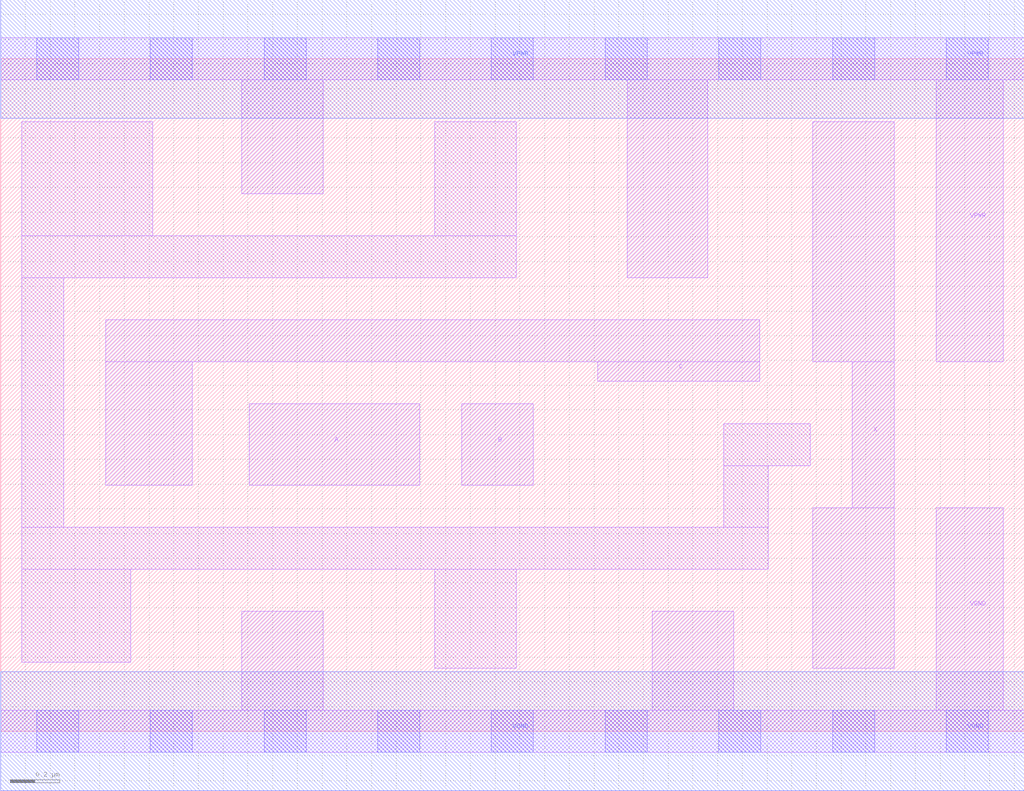
<source format=lef>
# Copyright 2020 The SkyWater PDK Authors
#
# Licensed under the Apache License, Version 2.0 (the "License");
# you may not use this file except in compliance with the License.
# You may obtain a copy of the License at
#
#     https://www.apache.org/licenses/LICENSE-2.0
#
# Unless required by applicable law or agreed to in writing, software
# distributed under the License is distributed on an "AS IS" BASIS,
# WITHOUT WARRANTIES OR CONDITIONS OF ANY KIND, either express or implied.
# See the License for the specific language governing permissions and
# limitations under the License.
#
# SPDX-License-Identifier: Apache-2.0

VERSION 5.7 ;
  NAMESCASESENSITIVE ON ;
  NOWIREEXTENSIONATPIN ON ;
  DIVIDERCHAR "/" ;
  BUSBITCHARS "[]" ;
UNITS
  DATABASE MICRONS 200 ;
END UNITS
MACRO sky130_fd_sc_hd__maj3_2
  CLASS CORE ;
  SOURCE USER ;
  FOREIGN sky130_fd_sc_hd__maj3_2 ;
  ORIGIN  0.000000  0.000000 ;
  SIZE  4.140000 BY  2.720000 ;
  SYMMETRY X Y R90 ;
  SITE unithd ;
  PIN A
    ANTENNAGATEAREA  0.318000 ;
    DIRECTION INPUT ;
    USE SIGNAL ;
    PORT
      LAYER li1 ;
        RECT 1.005000 0.995000 1.695000 1.325000 ;
    END
  END A
  PIN B
    ANTENNAGATEAREA  0.318000 ;
    DIRECTION INPUT ;
    USE SIGNAL ;
    PORT
      LAYER li1 ;
        RECT 1.865000 0.995000 2.155000 1.325000 ;
    END
  END B
  PIN C
    ANTENNAGATEAREA  0.318000 ;
    DIRECTION INPUT ;
    USE SIGNAL ;
    PORT
      LAYER li1 ;
        RECT 0.425000 0.995000 0.775000 1.495000 ;
        RECT 0.425000 1.495000 3.070000 1.665000 ;
        RECT 2.415000 1.415000 3.070000 1.495000 ;
    END
  END C
  PIN X
    ANTENNADIFFAREA  0.445500 ;
    DIRECTION OUTPUT ;
    USE SIGNAL ;
    PORT
      LAYER li1 ;
        RECT 3.285000 0.255000 3.615000 0.905000 ;
        RECT 3.285000 1.495000 3.615000 2.465000 ;
        RECT 3.445000 0.905000 3.615000 1.495000 ;
    END
  END X
  PIN VGND
    DIRECTION INOUT ;
    SHAPE ABUTMENT ;
    USE GROUND ;
    PORT
      LAYER li1 ;
        RECT 0.000000 -0.085000 4.140000 0.085000 ;
        RECT 0.975000  0.085000 1.305000 0.485000 ;
        RECT 2.635000  0.085000 2.965000 0.485000 ;
        RECT 3.785000  0.085000 4.055000 0.905000 ;
      LAYER mcon ;
        RECT 0.145000 -0.085000 0.315000 0.085000 ;
        RECT 0.605000 -0.085000 0.775000 0.085000 ;
        RECT 1.065000 -0.085000 1.235000 0.085000 ;
        RECT 1.525000 -0.085000 1.695000 0.085000 ;
        RECT 1.985000 -0.085000 2.155000 0.085000 ;
        RECT 2.445000 -0.085000 2.615000 0.085000 ;
        RECT 2.905000 -0.085000 3.075000 0.085000 ;
        RECT 3.365000 -0.085000 3.535000 0.085000 ;
        RECT 3.825000 -0.085000 3.995000 0.085000 ;
      LAYER met1 ;
        RECT 0.000000 -0.240000 4.140000 0.240000 ;
    END
  END VGND
  PIN VPWR
    DIRECTION INOUT ;
    SHAPE ABUTMENT ;
    USE POWER ;
    PORT
      LAYER li1 ;
        RECT 0.000000 2.635000 4.140000 2.805000 ;
        RECT 0.975000 2.175000 1.305000 2.635000 ;
        RECT 2.535000 1.835000 2.860000 2.635000 ;
        RECT 3.785000 1.495000 4.055000 2.635000 ;
      LAYER mcon ;
        RECT 0.145000 2.635000 0.315000 2.805000 ;
        RECT 0.605000 2.635000 0.775000 2.805000 ;
        RECT 1.065000 2.635000 1.235000 2.805000 ;
        RECT 1.525000 2.635000 1.695000 2.805000 ;
        RECT 1.985000 2.635000 2.155000 2.805000 ;
        RECT 2.445000 2.635000 2.615000 2.805000 ;
        RECT 2.905000 2.635000 3.075000 2.805000 ;
        RECT 3.365000 2.635000 3.535000 2.805000 ;
        RECT 3.825000 2.635000 3.995000 2.805000 ;
      LAYER met1 ;
        RECT 0.000000 2.480000 4.140000 2.960000 ;
    END
  END VPWR
  OBS
    LAYER li1 ;
      RECT 0.085000 0.280000 0.525000 0.655000 ;
      RECT 0.085000 0.655000 3.105000 0.825000 ;
      RECT 0.085000 0.825000 0.255000 1.835000 ;
      RECT 0.085000 1.835000 2.085000 2.005000 ;
      RECT 0.085000 2.005000 0.615000 2.465000 ;
      RECT 1.755000 0.255000 2.085000 0.655000 ;
      RECT 1.755000 2.005000 2.085000 2.465000 ;
      RECT 2.925000 0.825000 3.105000 1.075000 ;
      RECT 2.925000 1.075000 3.275000 1.245000 ;
  END
END sky130_fd_sc_hd__maj3_2
END LIBRARY

</source>
